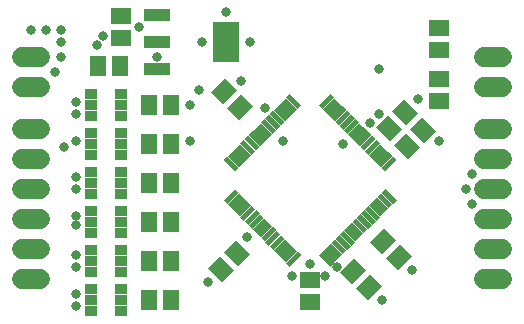
<source format=gts>
G75*
%MOIN*%
%OFA0B0*%
%FSLAX25Y25*%
%IPPOS*%
%LPD*%
%AMOC8*
5,1,8,0,0,1.08239X$1,22.5*
%
%ADD10C,0.06506*%
%ADD11R,0.06506X0.05718*%
%ADD12R,0.05718X0.06506*%
%ADD13R,0.04498X0.03317*%
%ADD14R,0.05324X0.01781*%
%ADD15R,0.01781X0.05324*%
%ADD16R,0.09065X0.04340*%
%ADD17R,0.09065X0.13395*%
%ADD18C,0.03300*%
D10*
X0019347Y0016300D02*
X0025253Y0016300D01*
X0025253Y0026300D02*
X0019347Y0026300D01*
X0019347Y0036300D02*
X0025253Y0036300D01*
X0025253Y0046300D02*
X0019347Y0046300D01*
X0019347Y0056300D02*
X0025253Y0056300D01*
X0025253Y0066300D02*
X0019347Y0066300D01*
X0019347Y0080300D02*
X0025253Y0080300D01*
X0025253Y0090300D02*
X0019347Y0090300D01*
X0173347Y0090300D02*
X0179253Y0090300D01*
X0179253Y0080300D02*
X0173347Y0080300D01*
X0173347Y0066300D02*
X0179253Y0066300D01*
X0179253Y0056300D02*
X0173347Y0056300D01*
X0173347Y0046300D02*
X0179253Y0046300D01*
X0179253Y0036300D02*
X0173347Y0036300D01*
X0173347Y0026300D02*
X0179253Y0026300D01*
X0179253Y0016300D02*
X0173347Y0016300D01*
D11*
X0115300Y0016040D03*
X0115300Y0008560D03*
X0158300Y0075560D03*
X0158300Y0083040D03*
X0158300Y0092560D03*
X0158300Y0100040D03*
X0052300Y0096560D03*
X0052300Y0104040D03*
D12*
X0052040Y0087300D03*
X0044560Y0087300D03*
X0061560Y0074300D03*
X0069040Y0074300D03*
G36*
X0086933Y0083266D02*
X0090976Y0079223D01*
X0086377Y0074624D01*
X0082334Y0078667D01*
X0086933Y0083266D01*
G37*
G36*
X0092223Y0077976D02*
X0096266Y0073933D01*
X0091667Y0069334D01*
X0087624Y0073377D01*
X0092223Y0077976D01*
G37*
X0069040Y0061300D03*
X0061560Y0061300D03*
X0061560Y0048300D03*
X0069040Y0048300D03*
X0069040Y0035300D03*
X0061560Y0035300D03*
X0061560Y0022300D03*
X0069040Y0022300D03*
G36*
X0081334Y0019933D02*
X0085377Y0023976D01*
X0089976Y0019377D01*
X0085933Y0015334D01*
X0081334Y0019933D01*
G37*
G36*
X0086624Y0025223D02*
X0090667Y0029266D01*
X0095266Y0024667D01*
X0091223Y0020624D01*
X0086624Y0025223D01*
G37*
X0069040Y0009300D03*
X0061560Y0009300D03*
G36*
X0129377Y0014624D02*
X0125334Y0018667D01*
X0129933Y0023266D01*
X0133976Y0019223D01*
X0129377Y0014624D01*
G37*
G36*
X0134667Y0009334D02*
X0130624Y0013377D01*
X0135223Y0017976D01*
X0139266Y0013933D01*
X0134667Y0009334D01*
G37*
G36*
X0144667Y0019334D02*
X0140624Y0023377D01*
X0145223Y0027976D01*
X0149266Y0023933D01*
X0144667Y0019334D01*
G37*
G36*
X0139377Y0024624D02*
X0135334Y0028667D01*
X0139933Y0033266D01*
X0143976Y0029223D01*
X0139377Y0024624D01*
G37*
G36*
X0151976Y0060377D02*
X0147933Y0056334D01*
X0143334Y0060933D01*
X0147377Y0064976D01*
X0151976Y0060377D01*
G37*
G36*
X0157266Y0065667D02*
X0153223Y0061624D01*
X0148624Y0066223D01*
X0152667Y0070266D01*
X0157266Y0065667D01*
G37*
G36*
X0151266Y0071667D02*
X0147223Y0067624D01*
X0142624Y0072223D01*
X0146667Y0076266D01*
X0151266Y0071667D01*
G37*
G36*
X0145976Y0066377D02*
X0141933Y0062334D01*
X0137334Y0066933D01*
X0141377Y0070976D01*
X0145976Y0066377D01*
G37*
D13*
X0052418Y0065040D03*
X0052418Y0061300D03*
X0052418Y0057560D03*
X0052418Y0052040D03*
X0052418Y0048300D03*
X0052418Y0044560D03*
X0052418Y0039040D03*
X0052418Y0035300D03*
X0052418Y0031560D03*
X0052418Y0026040D03*
X0052418Y0022300D03*
X0052418Y0018560D03*
X0052418Y0013040D03*
X0052418Y0009300D03*
X0052418Y0005560D03*
X0042182Y0005560D03*
X0042182Y0009300D03*
X0042182Y0013040D03*
X0042182Y0018560D03*
X0042182Y0022300D03*
X0042182Y0026040D03*
X0042182Y0031560D03*
X0042182Y0035300D03*
X0042182Y0039040D03*
X0042182Y0044560D03*
X0042182Y0048300D03*
X0042182Y0052040D03*
X0042182Y0057560D03*
X0042182Y0061300D03*
X0042182Y0065040D03*
X0042182Y0070560D03*
X0042182Y0074300D03*
X0042182Y0078040D03*
X0052418Y0078040D03*
X0052418Y0074300D03*
X0052418Y0070560D03*
D14*
G36*
X0091503Y0045123D02*
X0087740Y0041360D01*
X0086481Y0042619D01*
X0090244Y0046382D01*
X0091503Y0045123D01*
G37*
G36*
X0092895Y0043731D02*
X0089132Y0039968D01*
X0087873Y0041227D01*
X0091636Y0044990D01*
X0092895Y0043731D01*
G37*
G36*
X0094287Y0042340D02*
X0090524Y0038577D01*
X0089265Y0039836D01*
X0093028Y0043599D01*
X0094287Y0042340D01*
G37*
G36*
X0095679Y0040948D02*
X0091916Y0037185D01*
X0090657Y0038444D01*
X0094420Y0042207D01*
X0095679Y0040948D01*
G37*
G36*
X0097071Y0039556D02*
X0093308Y0035793D01*
X0092049Y0037052D01*
X0095812Y0040815D01*
X0097071Y0039556D01*
G37*
G36*
X0098463Y0038164D02*
X0094700Y0034401D01*
X0093441Y0035660D01*
X0097204Y0039423D01*
X0098463Y0038164D01*
G37*
G36*
X0099855Y0036772D02*
X0096092Y0033009D01*
X0094833Y0034268D01*
X0098596Y0038031D01*
X0099855Y0036772D01*
G37*
G36*
X0101247Y0035380D02*
X0097484Y0031617D01*
X0096225Y0032876D01*
X0099988Y0036639D01*
X0101247Y0035380D01*
G37*
G36*
X0102639Y0033988D02*
X0098876Y0030225D01*
X0097617Y0031484D01*
X0101380Y0035247D01*
X0102639Y0033988D01*
G37*
G36*
X0104031Y0032596D02*
X0100268Y0028833D01*
X0099009Y0030092D01*
X0102772Y0033855D01*
X0104031Y0032596D01*
G37*
G36*
X0105423Y0031204D02*
X0101660Y0027441D01*
X0100401Y0028700D01*
X0104164Y0032463D01*
X0105423Y0031204D01*
G37*
G36*
X0106815Y0029812D02*
X0103052Y0026049D01*
X0101793Y0027308D01*
X0105556Y0031071D01*
X0106815Y0029812D01*
G37*
G36*
X0108207Y0028420D02*
X0104444Y0024657D01*
X0103185Y0025916D01*
X0106948Y0029679D01*
X0108207Y0028420D01*
G37*
G36*
X0109599Y0027028D02*
X0105836Y0023265D01*
X0104577Y0024524D01*
X0108340Y0028287D01*
X0109599Y0027028D01*
G37*
G36*
X0110990Y0025636D02*
X0107227Y0021873D01*
X0105968Y0023132D01*
X0109731Y0026895D01*
X0110990Y0025636D01*
G37*
G36*
X0112382Y0024244D02*
X0108619Y0020481D01*
X0107360Y0021740D01*
X0111123Y0025503D01*
X0112382Y0024244D01*
G37*
G36*
X0144119Y0055981D02*
X0140356Y0052218D01*
X0139097Y0053477D01*
X0142860Y0057240D01*
X0144119Y0055981D01*
G37*
G36*
X0142727Y0057373D02*
X0138964Y0053610D01*
X0137705Y0054869D01*
X0141468Y0058632D01*
X0142727Y0057373D01*
G37*
G36*
X0141335Y0058764D02*
X0137572Y0055001D01*
X0136313Y0056260D01*
X0140076Y0060023D01*
X0141335Y0058764D01*
G37*
G36*
X0139943Y0060156D02*
X0136180Y0056393D01*
X0134921Y0057652D01*
X0138684Y0061415D01*
X0139943Y0060156D01*
G37*
G36*
X0138551Y0061548D02*
X0134788Y0057785D01*
X0133529Y0059044D01*
X0137292Y0062807D01*
X0138551Y0061548D01*
G37*
G36*
X0137159Y0062940D02*
X0133396Y0059177D01*
X0132137Y0060436D01*
X0135900Y0064199D01*
X0137159Y0062940D01*
G37*
G36*
X0135767Y0064332D02*
X0132004Y0060569D01*
X0130745Y0061828D01*
X0134508Y0065591D01*
X0135767Y0064332D01*
G37*
G36*
X0134375Y0065724D02*
X0130612Y0061961D01*
X0129353Y0063220D01*
X0133116Y0066983D01*
X0134375Y0065724D01*
G37*
G36*
X0132983Y0067116D02*
X0129220Y0063353D01*
X0127961Y0064612D01*
X0131724Y0068375D01*
X0132983Y0067116D01*
G37*
G36*
X0131591Y0068508D02*
X0127828Y0064745D01*
X0126569Y0066004D01*
X0130332Y0069767D01*
X0131591Y0068508D01*
G37*
G36*
X0130199Y0069900D02*
X0126436Y0066137D01*
X0125177Y0067396D01*
X0128940Y0071159D01*
X0130199Y0069900D01*
G37*
G36*
X0128807Y0071292D02*
X0125044Y0067529D01*
X0123785Y0068788D01*
X0127548Y0072551D01*
X0128807Y0071292D01*
G37*
G36*
X0127415Y0072684D02*
X0123652Y0068921D01*
X0122393Y0070180D01*
X0126156Y0073943D01*
X0127415Y0072684D01*
G37*
G36*
X0126023Y0074076D02*
X0122260Y0070313D01*
X0121001Y0071572D01*
X0124764Y0075335D01*
X0126023Y0074076D01*
G37*
G36*
X0124632Y0075468D02*
X0120869Y0071705D01*
X0119610Y0072964D01*
X0123373Y0076727D01*
X0124632Y0075468D01*
G37*
G36*
X0123240Y0076860D02*
X0119477Y0073097D01*
X0118218Y0074356D01*
X0121981Y0078119D01*
X0123240Y0076860D01*
G37*
D15*
G36*
X0112382Y0074356D02*
X0111123Y0073097D01*
X0107360Y0076860D01*
X0108619Y0078119D01*
X0112382Y0074356D01*
G37*
G36*
X0110990Y0072964D02*
X0109731Y0071705D01*
X0105968Y0075468D01*
X0107227Y0076727D01*
X0110990Y0072964D01*
G37*
G36*
X0109599Y0071572D02*
X0108340Y0070313D01*
X0104577Y0074076D01*
X0105836Y0075335D01*
X0109599Y0071572D01*
G37*
G36*
X0108207Y0070180D02*
X0106948Y0068921D01*
X0103185Y0072684D01*
X0104444Y0073943D01*
X0108207Y0070180D01*
G37*
G36*
X0106815Y0068788D02*
X0105556Y0067529D01*
X0101793Y0071292D01*
X0103052Y0072551D01*
X0106815Y0068788D01*
G37*
G36*
X0105423Y0067396D02*
X0104164Y0066137D01*
X0100401Y0069900D01*
X0101660Y0071159D01*
X0105423Y0067396D01*
G37*
G36*
X0104031Y0066004D02*
X0102772Y0064745D01*
X0099009Y0068508D01*
X0100268Y0069767D01*
X0104031Y0066004D01*
G37*
G36*
X0102639Y0064612D02*
X0101380Y0063353D01*
X0097617Y0067116D01*
X0098876Y0068375D01*
X0102639Y0064612D01*
G37*
G36*
X0101247Y0063220D02*
X0099988Y0061961D01*
X0096225Y0065724D01*
X0097484Y0066983D01*
X0101247Y0063220D01*
G37*
G36*
X0099855Y0061828D02*
X0098596Y0060569D01*
X0094833Y0064332D01*
X0096092Y0065591D01*
X0099855Y0061828D01*
G37*
G36*
X0098463Y0060436D02*
X0097204Y0059177D01*
X0093441Y0062940D01*
X0094700Y0064199D01*
X0098463Y0060436D01*
G37*
G36*
X0097071Y0059044D02*
X0095812Y0057785D01*
X0092049Y0061548D01*
X0093308Y0062807D01*
X0097071Y0059044D01*
G37*
G36*
X0095679Y0057652D02*
X0094420Y0056393D01*
X0090657Y0060156D01*
X0091916Y0061415D01*
X0095679Y0057652D01*
G37*
G36*
X0094287Y0056260D02*
X0093028Y0055001D01*
X0089265Y0058764D01*
X0090524Y0060023D01*
X0094287Y0056260D01*
G37*
G36*
X0092895Y0054869D02*
X0091636Y0053610D01*
X0087873Y0057373D01*
X0089132Y0058632D01*
X0092895Y0054869D01*
G37*
G36*
X0091503Y0053477D02*
X0090244Y0052218D01*
X0086481Y0055981D01*
X0087740Y0057240D01*
X0091503Y0053477D01*
G37*
G36*
X0131591Y0030092D02*
X0130332Y0028833D01*
X0126569Y0032596D01*
X0127828Y0033855D01*
X0131591Y0030092D01*
G37*
G36*
X0132983Y0031484D02*
X0131724Y0030225D01*
X0127961Y0033988D01*
X0129220Y0035247D01*
X0132983Y0031484D01*
G37*
G36*
X0134375Y0032876D02*
X0133116Y0031617D01*
X0129353Y0035380D01*
X0130612Y0036639D01*
X0134375Y0032876D01*
G37*
G36*
X0135767Y0034268D02*
X0134508Y0033009D01*
X0130745Y0036772D01*
X0132004Y0038031D01*
X0135767Y0034268D01*
G37*
G36*
X0137159Y0035660D02*
X0135900Y0034401D01*
X0132137Y0038164D01*
X0133396Y0039423D01*
X0137159Y0035660D01*
G37*
G36*
X0138551Y0037052D02*
X0137292Y0035793D01*
X0133529Y0039556D01*
X0134788Y0040815D01*
X0138551Y0037052D01*
G37*
G36*
X0139943Y0038444D02*
X0138684Y0037185D01*
X0134921Y0040948D01*
X0136180Y0042207D01*
X0139943Y0038444D01*
G37*
G36*
X0141335Y0039836D02*
X0140076Y0038577D01*
X0136313Y0042340D01*
X0137572Y0043599D01*
X0141335Y0039836D01*
G37*
G36*
X0142727Y0041227D02*
X0141468Y0039968D01*
X0137705Y0043731D01*
X0138964Y0044990D01*
X0142727Y0041227D01*
G37*
G36*
X0144119Y0042619D02*
X0142860Y0041360D01*
X0139097Y0045123D01*
X0140356Y0046382D01*
X0144119Y0042619D01*
G37*
G36*
X0130199Y0028700D02*
X0128940Y0027441D01*
X0125177Y0031204D01*
X0126436Y0032463D01*
X0130199Y0028700D01*
G37*
G36*
X0128807Y0027308D02*
X0127548Y0026049D01*
X0123785Y0029812D01*
X0125044Y0031071D01*
X0128807Y0027308D01*
G37*
G36*
X0127415Y0025916D02*
X0126156Y0024657D01*
X0122393Y0028420D01*
X0123652Y0029679D01*
X0127415Y0025916D01*
G37*
G36*
X0126023Y0024524D02*
X0124764Y0023265D01*
X0121001Y0027028D01*
X0122260Y0028287D01*
X0126023Y0024524D01*
G37*
G36*
X0124632Y0023132D02*
X0123373Y0021873D01*
X0119610Y0025636D01*
X0120869Y0026895D01*
X0124632Y0023132D01*
G37*
G36*
X0123240Y0021740D02*
X0121981Y0020481D01*
X0118218Y0024244D01*
X0119477Y0025503D01*
X0123240Y0021740D01*
G37*
D16*
X0064300Y0086190D03*
X0064300Y0095245D03*
X0064300Y0104300D03*
D17*
X0087135Y0095245D03*
D18*
X0079300Y0095300D03*
X0064300Y0090300D03*
X0058300Y0100300D03*
X0046300Y0097300D03*
X0044300Y0094300D03*
X0032300Y0095300D03*
X0032300Y0099300D03*
X0027300Y0099300D03*
X0022300Y0099300D03*
X0032300Y0090300D03*
X0030300Y0085300D03*
X0037300Y0075300D03*
X0037300Y0071300D03*
X0037300Y0062300D03*
X0033300Y0060300D03*
X0037300Y0050300D03*
X0037300Y0046300D03*
X0037300Y0037300D03*
X0037300Y0034300D03*
X0037300Y0024300D03*
X0037300Y0020300D03*
X0037300Y0011300D03*
X0037300Y0007300D03*
X0081300Y0015300D03*
X0094300Y0030300D03*
X0109300Y0017300D03*
X0115300Y0021300D03*
X0120300Y0017300D03*
X0124300Y0020300D03*
X0139300Y0009300D03*
X0149300Y0019300D03*
X0169300Y0041300D03*
X0167300Y0046300D03*
X0169300Y0051300D03*
X0158300Y0062300D03*
X0138300Y0071300D03*
X0135300Y0068300D03*
X0126300Y0061300D03*
X0106300Y0062300D03*
X0100300Y0073300D03*
X0092300Y0082300D03*
X0078300Y0079300D03*
X0075300Y0074300D03*
X0075300Y0062300D03*
X0095300Y0095300D03*
X0087300Y0105300D03*
X0138300Y0086300D03*
X0151300Y0076300D03*
M02*

</source>
